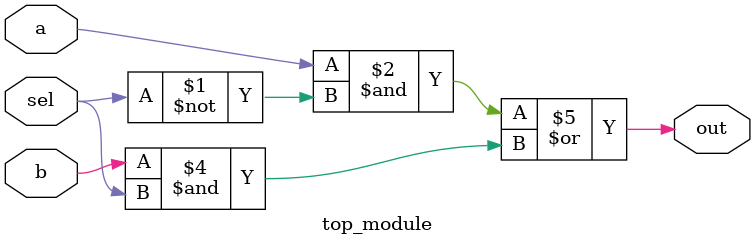
<source format=v>
module top_module( 
    input a, b, sel,
    output out ); 

assign out = (a & {1{sel == 1'b0}})
           | (b & {1{sel == 1'b1}});

endmodule

</source>
